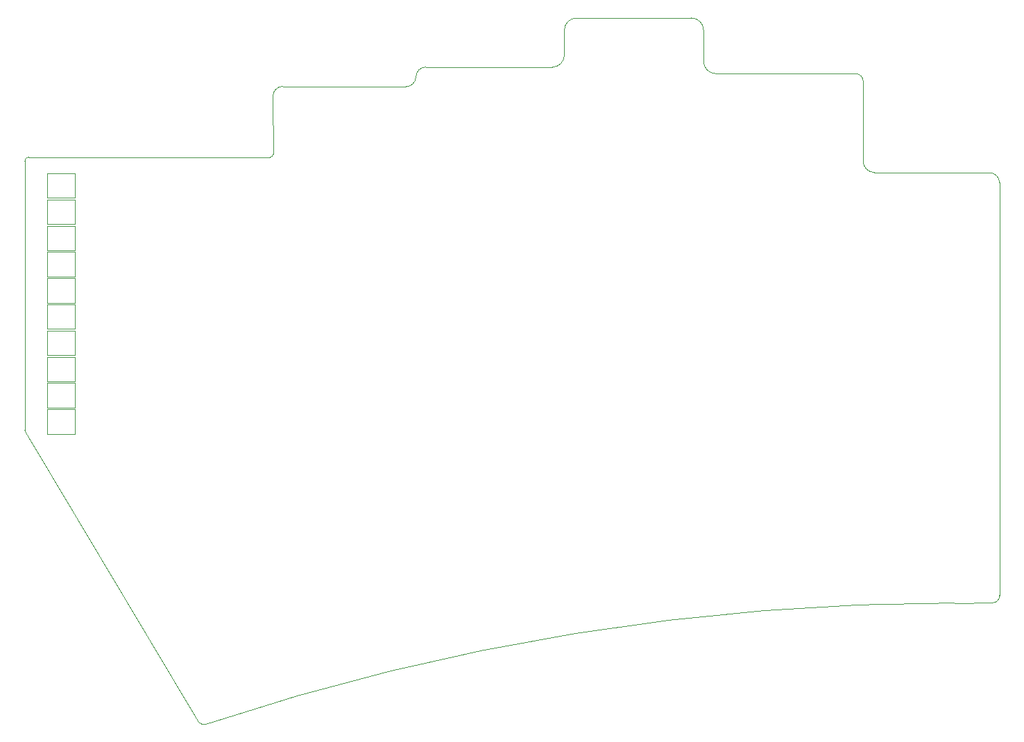
<source format=gm1>
G04 #@! TF.GenerationSoftware,KiCad,Pcbnew,7.0.6*
G04 #@! TF.CreationDate,2024-09-20T23:27:03+02:00*
G04 #@! TF.ProjectId,KoalaKeeb_v0.2_right,4b6f616c-614b-4656-9562-5f76302e325f,rev?*
G04 #@! TF.SameCoordinates,Original*
G04 #@! TF.FileFunction,Profile,NP*
%FSLAX46Y46*%
G04 Gerber Fmt 4.6, Leading zero omitted, Abs format (unit mm)*
G04 Created by KiCad (PCBNEW 7.0.6) date 2024-09-20 23:27:03*
%MOMM*%
%LPD*%
G01*
G04 APERTURE LIST*
G04 #@! TA.AperFunction,Profile*
%ADD10C,0.100000*%
G04 #@! TD*
G04 #@! TA.AperFunction,Profile*
%ADD11C,0.120000*%
G04 #@! TD*
G04 APERTURE END LIST*
D10*
X103953310Y-27530855D02*
G75*
G03*
X105413969Y-26129603I-34J1461954D01*
G01*
X122413970Y-23029603D02*
G75*
G03*
X120913970Y-21529603I-1500001J-1D01*
G01*
X86062501Y-29926480D02*
G75*
G03*
X87309811Y-28729603I-35J1248409D01*
G01*
X122413970Y-26829603D02*
G75*
G03*
X123913970Y-28329603I1500001J1D01*
G01*
X157713970Y-92929603D02*
G75*
G03*
X158510000Y-92050000I-1J800001D01*
G01*
X40053970Y-38519603D02*
X69243970Y-38529603D01*
X88513970Y-27525416D02*
G75*
G03*
X87309811Y-28729603I-4J-1204155D01*
G01*
X122413970Y-26829603D02*
X122413970Y-23029603D01*
X153013970Y-92956004D02*
X157713970Y-92929603D01*
X69483973Y-38529572D02*
G75*
G03*
X69873897Y-38138752I29993J360001D01*
G01*
X158518121Y-41629598D02*
G75*
G03*
X157313983Y-40425439I-1204174J-15D01*
G01*
X69861280Y-31081072D02*
X69863970Y-38139603D01*
X60773970Y-107489603D02*
X39863970Y-72429603D01*
X158510000Y-92050000D02*
X158513970Y-59029603D01*
X40053970Y-38519575D02*
G75*
G03*
X39573970Y-38999603I-4J-479996D01*
G01*
X140993970Y-28339603D02*
X123913970Y-28329603D01*
X39573956Y-71809603D02*
G75*
G03*
X39619263Y-72011957I430010J-9968D01*
G01*
X39619263Y-72011957D02*
X39863970Y-72429603D01*
X60775268Y-107488665D02*
G75*
G03*
X61810898Y-107720386I648698J469094D01*
G01*
X105413970Y-23029603D02*
X105413970Y-26129603D01*
X157313983Y-40425439D02*
X145123970Y-40409603D01*
X103953310Y-27530862D02*
X88513970Y-27529603D01*
X71065439Y-29876885D02*
G75*
G03*
X69861280Y-31081072I27J-1204186D01*
G01*
X120913970Y-21529603D02*
X106913970Y-21529603D01*
X39573970Y-38999603D02*
X39573970Y-71809603D01*
X153013970Y-92956004D02*
G75*
G03*
X61810898Y-107720388I-1J-289073596D01*
G01*
X69243970Y-38529603D02*
X69483970Y-38529603D01*
X158518121Y-41629598D02*
X158513970Y-51829603D01*
X86062501Y-29926505D02*
X71065439Y-29876913D01*
X106913970Y-21529603D02*
G75*
G03*
X105413970Y-23029603I1J-1500001D01*
G01*
X158513970Y-51829603D02*
X158513970Y-59029603D01*
X141883970Y-39019603D02*
G75*
G03*
X143263970Y-40389639I1380000J10000D01*
G01*
X143263970Y-40389639D02*
X145123970Y-40409603D01*
X141884025Y-29239603D02*
X141883970Y-39019603D01*
X141884025Y-29239603D02*
G75*
G03*
X140993970Y-28339605I-900053J1D01*
G01*
D11*
X45700000Y-65900000D02*
X42300000Y-65900000D01*
X45700000Y-62900000D02*
X45700000Y-65900000D01*
X42300000Y-65900000D02*
X42300000Y-62900000D01*
X42300000Y-62900000D02*
X45700000Y-62900000D01*
X42300000Y-46900000D02*
X45700000Y-46900000D01*
X42300000Y-49900000D02*
X42300000Y-46900000D01*
X45700000Y-46900000D02*
X45700000Y-49900000D01*
X45700000Y-49900000D02*
X42300000Y-49900000D01*
X42300000Y-40500000D02*
X45700000Y-40500000D01*
X42300000Y-43500000D02*
X42300000Y-40500000D01*
X45700000Y-40500000D02*
X45700000Y-43500000D01*
X45700000Y-43500000D02*
X42300000Y-43500000D01*
X42300000Y-66100000D02*
X45700000Y-66100000D01*
X42300000Y-69100000D02*
X42300000Y-66100000D01*
X45700000Y-66100000D02*
X45700000Y-69100000D01*
X45700000Y-69100000D02*
X42300000Y-69100000D01*
X45700000Y-46700000D02*
X42300000Y-46700000D01*
X45700000Y-43700000D02*
X45700000Y-46700000D01*
X42300000Y-46700000D02*
X42300000Y-43700000D01*
X42300000Y-43700000D02*
X45700000Y-43700000D01*
X42300000Y-59700000D02*
X45700000Y-59700000D01*
X42300000Y-62700000D02*
X42300000Y-59700000D01*
X45700000Y-59700000D02*
X45700000Y-62700000D01*
X45700000Y-62700000D02*
X42300000Y-62700000D01*
X45700000Y-53100000D02*
X42300000Y-53100000D01*
X45700000Y-50100000D02*
X45700000Y-53100000D01*
X42300000Y-53100000D02*
X42300000Y-50100000D01*
X42300000Y-50100000D02*
X45700000Y-50100000D01*
X45700000Y-59500000D02*
X42300000Y-59500000D01*
X45700000Y-56500000D02*
X45700000Y-59500000D01*
X42300000Y-59500000D02*
X42300000Y-56500000D01*
X42300000Y-56500000D02*
X45700000Y-56500000D01*
X42300000Y-53300000D02*
X45700000Y-53300000D01*
X42300000Y-56300000D02*
X42300000Y-53300000D01*
X45700000Y-53300000D02*
X45700000Y-56300000D01*
X45700000Y-56300000D02*
X42300000Y-56300000D01*
X45700000Y-72300000D02*
X42300000Y-72300000D01*
X45700000Y-69300000D02*
X45700000Y-72300000D01*
X42300000Y-72300000D02*
X42300000Y-69300000D01*
X42300000Y-69300000D02*
X45700000Y-69300000D01*
M02*

</source>
